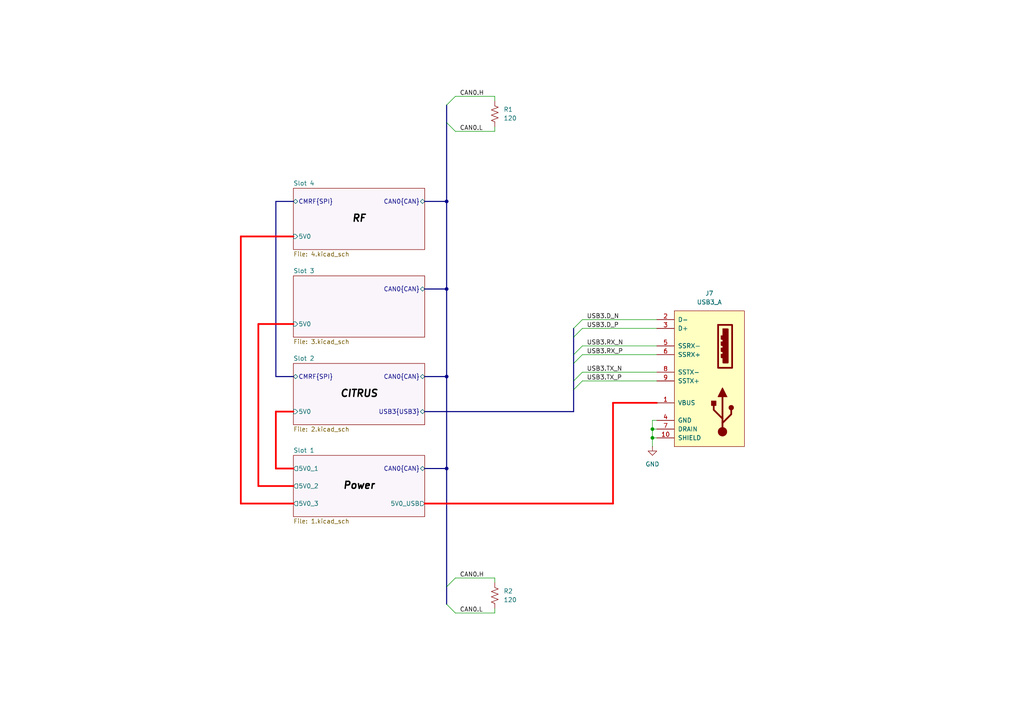
<source format=kicad_sch>
(kicad_sch (version 20250114) (generator "eeschema") (generator_version "9.0")
  (paper "A4")
  (lib_symbols
    (symbol "Connector:USB3_A" (pin_names (offset 1.016))
      (property "Reference" "J7" (at 0 19.05 0))
      (property "Value" "USB3_A" (at 0 16.51 0))
      (symbol "USB3_A_0_0"
        (rectangle (start -6.604 9.906) (end -2.54 -2.54) (stroke (width 0.508)))
        (rectangle (start -5.334 8.636) (end -4.064 -1.016) (stroke (width 0.508)) (fill (type outline)))
        (rectangle (start -3.81 6.604) (end -3.556 5.842) (stroke (width 0.508)))
        (rectangle (start -3.81 4.826) (end -3.556 4.064) (stroke (width 0.508)))
        (rectangle (start -3.81 3.048) (end -3.556 2.286) (stroke (width 0.508)))
        (rectangle (start -3.81 1.27) (end -3.556 0.508) (stroke (width 0.508)))
      )
      (symbol "USB3_A_1_1"
        (rectangle (start -10.16 13.97) (end 10.16 -25.4) (fill (type background)))
        (circle (center -6.35 -14.097) (radius 0.635) (stroke (width 0.254)) (fill (type outline)))
        (polyline (pts (xy -5.08 -10.922) (xy -3.81 -8.382) (xy -2.54 -10.922) (xy -5.08 -10.922)) (stroke (width 0.254)) (fill (type outline)))
        (polyline (pts (xy -3.81 -17.272) (xy -1.27 -14.732) (xy -1.27 -13.462)) (stroke (width 0.508)))
        (polyline (pts (xy -3.81 -18.542) (xy -6.35 -16.002) (xy -6.35 -14.732)) (stroke (width 0.508)))
        (circle (center -3.81 -21.082) (radius 1.27) (fill (type outline)))
        (polyline (pts (xy -3.81 -21.082) (xy -3.81 -10.922)) (stroke (width 0.508)))
        (rectangle (start -1.905 -13.462) (end -0.635 -12.192) (stroke (width 0.254)) (fill (type outline)))
        (pin bidirectional line (at 15.24 11.43 180) (length 5.08) (name "D-") (number "2"))
        (pin bidirectional line (at 15.24 8.89 180) (length 5.08) (name "D+") (number "3"))
        (pin output line (at 15.24 3.81 180) (length 5.08) (name "SSRX-") (number "5"))
        (pin output line (at 15.24 1.27 180) (length 5.08) (name "SSRX+") (number "6"))
        (pin input line (at 15.24 -3.81 180) (length 5.08) (name "SSTX-") (number "8"))
        (pin input line (at 15.24 -6.35 180) (length 5.08) (name "SSTX+") (number "9"))
        (pin power_in line (at 15.24 -12.7 180) (length 5.08) (name "VBUS") (number "1"))
        (pin power_in line (at 15.24 -17.78 180) (length 5.08) (name "GND") (number "4"))
        (pin passive line (at 15.24 -20.32 180) (length 5.08) (name "DRAIN") (number "7"))
        (pin passive line (at 15.24 -22.86 180) (length 5.08) (name "SHIELD") (number "10"))
      )
    )
    (symbol "Device:R_US" (pin_numbers (hide yes)) (pin_names (offset 0))
      (property "Reference" "R" (at 2.54 0 90))
      (property "Value" "R_US" (at -2.54 0 90))
      (symbol "R_US_0_1"
        (polyline (pts (xy 0 2.286) (xy 0 2.54)))
        (polyline (pts (xy 0 2.286) (xy 1.016 1.905) (xy 0 1.524) (xy -1.016 1.143) (xy 0 0.762)))
        (polyline (pts (xy 0 0.762) (xy 1.016 0.381) (xy 0 0) (xy -1.016 -0.381) (xy 0 -0.762)))
        (polyline (pts (xy 0 -0.762) (xy 1.016 -1.143) (xy 0 -1.524) (xy -1.016 -1.905) (xy 0 -2.286)))
        (polyline (pts (xy 0 -2.286) (xy 0 -2.54)))
      )
      (symbol "R_US_1_1"
        (pin passive line (at 0 3.81 270) (length 1.27) (name "~") (number "1"))
        (pin passive line (at 0 -3.81 90) (length 1.27) (name "~") (number "2"))
      )
    )
    (symbol "power:GND" (power) (pin_numbers (hide yes)) (pin_names (offset 0) (hide yes))
      (property "Value" "GND" (at 0 -3.81 0))
      (symbol "GND_0_1"
        (polyline (pts (xy 0 0) (xy 0 -1.27) (xy 1.27 -1.27) (xy 0 -2.54) (xy -1.27 -1.27) (xy 0 -1.27)))
      )
      (symbol "GND_1_1"
        (pin power_in line (at 0 0 270) (length 0) (name "~") (number "1"))
      )
    )
  )
  (bus_alias "CAN" (members "H" "L"))
  (bus_alias "DPHY" (members "D0_N" "D0_P" "D1_N" "D1_P" "C_N" "C_P" "D2_N" "D2_P" "D3_N" "D3_P"))
  (bus_alias "I2C" (members "SDA" "SCL"))
  (bus_alias "PCIE" (members "CLK_P" "CLK_N" "RX_P" "RX_N" "TX_P" "TX_N"))
  (bus_alias "PCIEsb" (members "nCLKREQ" "nWAKE" "PWR_EN" "nRST"))
  (bus_alias "SPI" (members "MISO" "MOSI" "SCLK" "CS0n" "CS1n"))
  (bus_alias "USB3" (members "D_N" "D_P" "RX_N" "RX_P" "TX_N" "TX_P"))
  (text "CITRUS" (at 104.14 114.3 0) (effects (font (size 2.032 2.032) (thickness 0.4064) (bold yes) (italic yes))))
  (text "RF" (at 104.14 63.5 0) (effects (font (size 2.032 2.032) (thickness 0.4064) (bold yes) (italic yes))))
  (text "Power" (at 104.14 140.97 0) (effects (font (size 2.032 2.032) (thickness 0.4064) (bold yes) (italic yes))))
  (junction (at 129.54 83.82))
  (junction (at 129.54 58.42))
  (junction (at 189.23 124.46))
  (junction (at 189.23 127))
  (junction (at 129.54 109.22))
  (junction (at 129.54 135.89))
  (bus_entry (at 166.37 97.79) (size 2.54 -2.54))
  (bus_entry (at 166.37 95.25) (size 2.54 -2.54))
  (bus_entry (at 166.37 102.87) (size 2.54 -2.54))
  (bus_entry (at 129.54 30.48) (size 2.54 -2.54))
  (bus_entry (at 129.54 170.18) (size 2.54 -2.54))
  (bus_entry (at 166.37 110.49) (size 2.54 -2.54))
  (bus_entry (at 166.37 105.41) (size 2.54 -2.54))
  (bus_entry (at 129.54 175.26) (size 2.54 2.54))
  (bus_entry (at 166.37 113.03) (size 2.54 -2.54))
  (bus_entry (at 129.54 35.56) (size 2.54 2.54))
  (wire (pts (xy 190.5 102.87) (xy 168.91 102.87)))
  (wire (pts (xy 74.93 93.98) (xy 85.09 93.98)) (stroke (width 0.508) (color 255 0 0 1)))
  (bus (pts (xy 129.54 58.42) (xy 129.54 83.82)))
  (wire (pts (xy 85.09 140.97) (xy 74.93 140.97)) (stroke (width 0.508) (color 255 0 0 1)))
  (wire (pts (xy 69.85 146.05) (xy 69.85 68.58)) (stroke (width 0.508) (color 255 0 0 1)))
  (wire (pts (xy 123.19 146.05) (xy 177.8 146.05)) (stroke (width 0.508) (color 255 0 0 1)))
  (bus (pts (xy 166.37 110.49) (xy 166.37 105.41)))
  (wire (pts (xy 190.5 92.71) (xy 168.91 92.71)))
  (wire (pts (xy 189.23 127) (xy 190.5 127)))
  (bus (pts (xy 129.54 109.22) (xy 123.19 109.22)))
  (bus (pts (xy 80.01 58.42) (xy 85.09 58.42)))
  (bus (pts (xy 123.19 135.89) (xy 129.54 135.89)))
  (wire (pts (xy 132.08 27.94) (xy 143.51 27.94)))
  (bus (pts (xy 129.54 135.89) (xy 129.54 170.18)))
  (wire (pts (xy 177.8 146.05) (xy 177.8 116.84)) (stroke (width 0.508) (color 255 0 0 1)))
  (wire (pts (xy 80.01 135.89) (xy 80.01 119.38)) (stroke (width 0.508) (color 255 0 0 1)))
  (wire (pts (xy 143.51 27.94) (xy 143.51 29.21)))
  (wire (pts (xy 189.23 127) (xy 189.23 129.54)))
  (wire (pts (xy 143.51 177.8) (xy 143.51 176.53)))
  (bus (pts (xy 129.54 35.56) (xy 129.54 30.48)))
  (wire (pts (xy 132.08 167.64) (xy 143.51 167.64)))
  (bus (pts (xy 166.37 105.41) (xy 166.37 102.87)))
  (bus (pts (xy 123.19 119.38) (xy 166.37 119.38)))
  (wire (pts (xy 85.09 135.89) (xy 80.01 135.89)) (stroke (width 0.508) (color 255 0 0 1)))
  (bus (pts (xy 123.19 83.82) (xy 129.54 83.82)))
  (wire (pts (xy 74.93 140.97) (xy 74.93 93.98)) (stroke (width 0.508) (color 255 0 0 1)))
  (wire (pts (xy 189.23 124.46) (xy 189.23 127)))
  (bus (pts (xy 166.37 102.87) (xy 166.37 97.79)))
  (wire (pts (xy 190.5 110.49) (xy 168.91 110.49)))
  (wire (pts (xy 143.51 167.64) (xy 143.51 168.91)))
  (wire (pts (xy 177.8 116.84) (xy 190.5 116.84)) (stroke (width 0.508) (color 255 0 0 1)))
  (bus (pts (xy 80.01 109.22) (xy 80.01 58.42)))
  (bus (pts (xy 129.54 83.82) (xy 129.54 109.22)))
  (wire (pts (xy 189.23 121.92) (xy 189.23 124.46)))
  (wire (pts (xy 132.08 177.8) (xy 143.51 177.8)))
  (bus (pts (xy 123.19 58.42) (xy 129.54 58.42)))
  (bus (pts (xy 166.37 97.79) (xy 166.37 95.25)))
  (wire (pts (xy 190.5 100.33) (xy 168.91 100.33)))
  (wire (pts (xy 132.08 38.1) (xy 143.51 38.1)))
  (wire (pts (xy 190.5 107.95) (xy 168.91 107.95)))
  (bus (pts (xy 166.37 113.03) (xy 166.37 119.38)))
  (wire (pts (xy 80.01 119.38) (xy 85.09 119.38)) (stroke (width 0.508) (color 255 0 0 1)))
  (wire (pts (xy 85.09 146.05) (xy 69.85 146.05)) (stroke (width 0.508) (color 255 0 0 1)))
  (bus (pts (xy 166.37 113.03) (xy 166.37 110.49)))
  (wire (pts (xy 69.85 68.58) (xy 85.09 68.58)) (stroke (width 0.508) (color 255 0 0 1)))
  (wire (pts (xy 189.23 121.92) (xy 190.5 121.92)))
  (wire (pts (xy 143.51 38.1) (xy 143.51 36.83)))
  (bus (pts (xy 129.54 135.89) (xy 129.54 109.22)))
  (bus (pts (xy 129.54 170.18) (xy 129.54 175.26)))
  (bus (pts (xy 129.54 58.42) (xy 129.54 35.56)))
  (wire (pts (xy 189.23 124.46) (xy 190.5 124.46)))
  (wire (pts (xy 190.5 95.25) (xy 168.91 95.25)))
  (bus (pts (xy 85.09 109.22) (xy 80.01 109.22)))
  (label "USB3.D_N" (at 170.18 92.71 0))
  (label "CAN0.L" (at 133.35 38.1 0))
  (label "CAN0.L" (at 133.35 177.8 0))
  (label "USB3.RX_N" (at 170.18 100.33 0))
  (label "USB3.TX_N" (at 170.18 107.95 0))
  (label "USB3.D_P" (at 170.18 95.25 0))
  (label "USB3.TX_P" (at 170.18 110.49 0))
  (label "CAN0.H" (at 133.35 27.94 0))
  (label "USB3.RX_P" (at 170.18 102.87 0))
  (label "CAN0.H" (at 133.35 167.64 0))
  (symbol (lib_id "Device:R_US") (at 143.51 172.72 0) (unit 1)
    (property "Reference" "R2" (at 146.05 171.4499 0) (effects (justify left)))
    (property "Value" "120" (at 146.05 173.9899 0) (effects (justify left)))
    (property "Footprint" "Resistor_SMD:R_0603_1608Metric" (effects (hide yes)))
    (property "Description" "Resistor, US symbol" (effects (hide yes)))
  )
  (symbol (lib_id "Connector:USB3_A") (at 205.74 104.14 0) (mirror y) (unit 1)
    (property "Reference" "J7" (at 205.74 85.09 0))
    (property "Value" "USB3_A" (at 205.74 87.63 0))
    (property "Description" "USB 3.0 A connector" (effects (hide yes)))
  )
  (symbol (lib_id "power:GND") (at 189.23 129.54 0) (mirror y) (unit 1)
    (property "Reference" "#PWR09" (effects (hide yes)))
    (property "Value" "GND" (at 189.23 134.62 0))
    (property "Description" "Power symbol creates a global label with name \"GND\" , ground" (effects (hide yes)))
  )
  (symbol (lib_id "Device:R_US") (at 143.51 33.02 0) (unit 1)
    (property "Reference" "R1" (at 146.05 31.7499 0) (effects (justify left)))
    (property "Value" "120" (at 146.05 34.2899 0) (effects (justify left)))
    (property "Footprint" "Resistor_SMD:R_0603_1608Metric" (effects (hide yes)))
    (property "Description" "Resistor, US symbol" (effects (hide yes)))
  )
  (sheet (at 85.09 54.61) (size 38.1 17.78) (stroke (width 0.1524)) (fill (color 132 0 132 0.0392))
    (property "Sheetname" "Slot 4" (at 85.09 53.8984 0) (effects (justify left bottom)))
    (property "Sheetfile" "4.kicad_sch" (at 85.09 72.9746 0) (effects (justify left top)))
    (pin "5V0" input (at 85.09 68.58 180))
    (pin "CAN0{CAN}" bidirectional (at 123.19 58.42 0))
    (pin "CMRF{SPI}" bidirectional (at 85.09 58.42 180))
  )
  (sheet (at 85.09 105.41) (size 38.1 17.78) (stroke (width 0.1524)) (fill (color 132 0 132 0.0400))
    (property "Sheetname" "Slot 2" (at 85.09 104.6984 0) (effects (justify left bottom)))
    (property "Sheetfile" "2.kicad_sch" (at 85.09 123.7746 0) (effects (justify left top)))
    (pin "5V0" input (at 85.09 119.38 180))
    (pin "CAN0{CAN}" bidirectional (at 123.19 109.22 0))
    (pin "USB3{USB3}" bidirectional (at 123.19 119.38 0))
    (pin "CMRF{SPI}" bidirectional (at 85.09 109.22 180))
  )
  (sheet (at 85.09 132.08) (size 38.1 17.78) (stroke (width 0.1524)) (fill (color 132 0 132 0.0400))
    (property "Sheetname" "Slot 1" (at 85.09 131.3684 0) (effects (justify left bottom)))
    (property "Sheetfile" "1.kicad_sch" (at 85.09 150.4446 0) (effects (justify left top)))
    (pin "CAN0{CAN}" bidirectional (at 123.19 135.89 0))
    (pin "5V0_1" output (at 85.09 135.89 180))
    (pin "5V0_2" output (at 85.09 140.97 180))
    (pin "5V0_3" output (at 85.09 146.05 180))
    (pin "5V0_USB" output (at 123.19 146.05 0))
  )
  (sheet (at 85.09 80.01) (size 38.1 17.78) (stroke (width 0.1524)) (fill (color 132 0 132 0.0400))
    (property "Sheetname" "Slot 3" (at 85.09 79.2984 0) (effects (justify left bottom)))
    (property "Sheetfile" "3.kicad_sch" (at 85.09 98.3746 0) (effects (justify left top)))
    (pin "5V0" input (at 85.09 93.98 180))
    (pin "CAN0{CAN}" bidirectional (at 123.19 83.82 0))
  )
)
</source>
